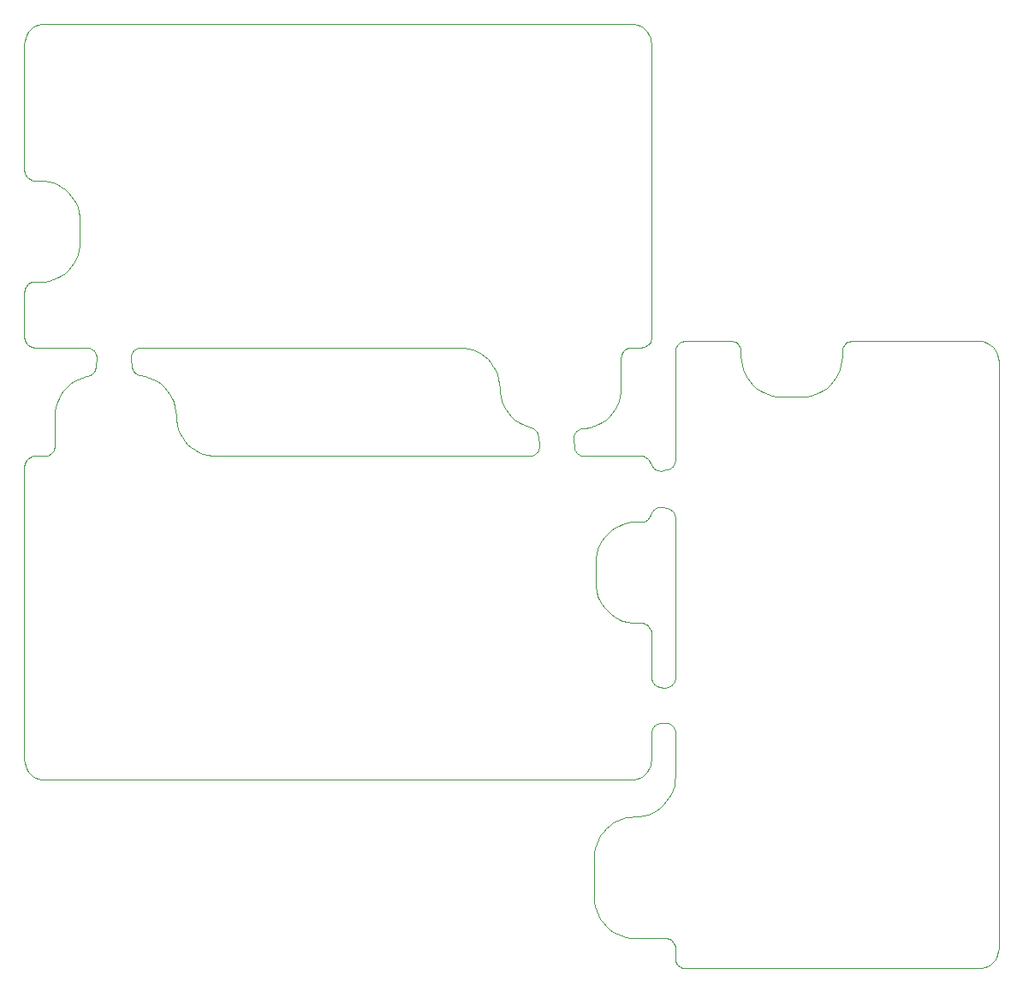
<source format=gko>
%MOIN*%
%OFA0B0*%
%FSLAX44Y44*%
%IPPOS*%
%LPD*%
%ADD10C,0*%
D10*
X00026521Y00017915D02*
X00026521Y00017915D01*
X00026521Y00011712D01*
X00026520Y00011679D01*
X00026516Y00011646D01*
X00026509Y00011613D01*
X00026499Y00011581D01*
X00026486Y00011550D01*
X00026471Y00011520D01*
X00026454Y00011492D01*
X00026434Y00011465D01*
X00026412Y00011440D01*
X00026388Y00011417D01*
X00026362Y00011396D01*
X00026335Y00011377D01*
X00026306Y00011361D01*
X00026276Y00011347D01*
X00026244Y00011336D01*
X00026212Y00011327D01*
X00026179Y00011322D01*
X00026146Y00011319D01*
X00026113Y00011319D01*
X00026080Y00011321D01*
X00025935Y00011339D01*
X00025907Y00011343D01*
X00025879Y00011350D01*
X00025852Y00011358D01*
X00025825Y00011369D01*
X00025800Y00011381D01*
X00025775Y00011395D01*
X00025751Y00011411D01*
X00025729Y00011429D01*
X00025708Y00011448D01*
X00025688Y00011469D01*
X00025670Y00011491D01*
X00025654Y00011514D01*
X00025639Y00011538D01*
X00025626Y00011564D01*
X00025615Y00011590D01*
X00025606Y00011617D01*
X00025599Y00011645D01*
X00025593Y00011673D01*
X00025590Y00011701D01*
X00025589Y00011730D01*
X00025589Y00013438D01*
X00025584Y00013500D01*
X00025570Y00013560D01*
X00025546Y00013617D01*
X00025514Y00013670D01*
X00025474Y00013717D01*
X00025427Y00013757D01*
X00025374Y00013789D01*
X00025317Y00013813D01*
X00025257Y00013827D01*
X00025196Y00013832D01*
X00024999Y00013832D01*
X00024822Y00013842D01*
X00024648Y00013872D01*
X00024479Y00013921D01*
X00024315Y00013988D01*
X00024161Y00014074D01*
X00024017Y00014176D01*
X00023885Y00014293D01*
X00023767Y00014425D01*
X00023665Y00014569D01*
X00023580Y00014724D01*
X00023512Y00014887D01*
X00023463Y00015057D01*
X00023434Y00015231D01*
X00023424Y00015407D01*
X00023424Y00016194D01*
X00023434Y00016371D01*
X00023463Y00016545D01*
X00023512Y00016715D01*
X00023580Y00016878D01*
X00023665Y00017032D01*
X00023767Y00017176D01*
X00023885Y00017308D01*
X00024017Y00017426D01*
X00024161Y00017528D01*
X00024315Y00017613D01*
X00024479Y00017681D01*
X00024648Y00017730D01*
X00024822Y00017759D01*
X00024999Y00017769D01*
X00025196Y00017769D01*
X00025257Y00017774D01*
X00025317Y00017788D01*
X00025374Y00017812D01*
X00025427Y00017844D01*
X00025474Y00017885D01*
X00025514Y00017931D01*
X00025546Y00017984D01*
X00025570Y00018041D01*
X00025571Y00018045D01*
X00025579Y00018074D01*
X00025590Y00018103D01*
X00025602Y00018131D01*
X00025617Y00018157D01*
X00025634Y00018183D01*
X00025653Y00018207D01*
X00025673Y00018229D01*
X00025696Y00018250D01*
X00025719Y00018269D01*
X00025744Y00018287D01*
X00025771Y00018302D01*
X00025798Y00018315D01*
X00025827Y00018326D01*
X00025856Y00018334D01*
X00025886Y00018341D01*
X00025916Y00018345D01*
X00025947Y00018347D01*
X00025977Y00018346D01*
X00026008Y00018343D01*
X00026038Y00018338D01*
X00026211Y00018300D01*
X00026237Y00018293D01*
X00026263Y00018285D01*
X00026287Y00018275D01*
X00026311Y00018263D01*
X00026334Y00018250D01*
X00026357Y00018235D01*
X00026378Y00018219D01*
X00026398Y00018201D01*
X00026417Y00018182D01*
X00026434Y00018162D01*
X00026450Y00018141D01*
X00026465Y00018118D01*
X00026478Y00018095D01*
X00026489Y00018071D01*
X00026499Y00018046D01*
X00026507Y00018021D01*
X00026513Y00017995D01*
X00026518Y00017968D01*
X00026520Y00017942D01*
X00026521Y00017915D01*
X00026521Y00009560D02*
X00026521Y00009560D01*
X00026521Y00007873D01*
X00026511Y00007696D01*
X00026482Y00007522D01*
X00026433Y00007353D01*
X00026365Y00007189D01*
X00026280Y00007035D01*
X00026178Y00006891D01*
X00026060Y00006759D01*
X00025928Y00006641D01*
X00025784Y00006539D01*
X00025630Y00006454D01*
X00025466Y00006386D01*
X00025297Y00006337D01*
X00025123Y00006308D01*
X00024946Y00006298D01*
X00024770Y00006288D01*
X00024596Y00006258D01*
X00024426Y00006210D01*
X00024263Y00006142D01*
X00024109Y00006057D01*
X00023964Y00005954D01*
X00023833Y00005837D01*
X00023715Y00005705D01*
X00023613Y00005561D01*
X00023528Y00005406D01*
X00023460Y00005243D01*
X00023411Y00005074D01*
X00023381Y00004899D01*
X00023372Y00004723D01*
X00023372Y00003148D01*
X00023381Y00002972D01*
X00023411Y00002798D01*
X00023460Y00002628D01*
X00023528Y00002465D01*
X00023613Y00002310D01*
X00023715Y00002166D01*
X00023833Y00002035D01*
X00023964Y00001917D01*
X00024109Y00001815D01*
X00024263Y00001729D01*
X00024426Y00001662D01*
X00024596Y00001613D01*
X00024770Y00001583D01*
X00024946Y00001574D01*
X00026127Y00001574D01*
X00026189Y00001569D01*
X00026249Y00001554D01*
X00026306Y00001531D01*
X00026359Y00001498D01*
X00026406Y00001458D01*
X00026446Y00001411D01*
X00026478Y00001359D01*
X00026502Y00001301D01*
X00026516Y00001241D01*
X00026521Y00001180D01*
X00026521Y00000786D01*
X00026526Y00000725D01*
X00026540Y00000664D01*
X00026564Y00000607D01*
X00026596Y00000555D01*
X00026636Y00000508D01*
X00026683Y00000468D01*
X00026736Y00000435D01*
X00026793Y00000412D01*
X00026853Y00000397D01*
X00026915Y00000392D01*
X00038332Y00000392D01*
X00038455Y00000402D01*
X00038575Y00000431D01*
X00038690Y00000478D01*
X00038795Y00000543D01*
X00038889Y00000623D01*
X00038969Y00000717D01*
X00039034Y00000822D01*
X00039081Y00000936D01*
X00039110Y00001057D01*
X00039120Y00001180D01*
X00039120Y00024014D01*
X00039110Y00024138D01*
X00039081Y00024258D01*
X00039034Y00024372D01*
X00038969Y00024477D01*
X00038889Y00024571D01*
X00038795Y00024651D01*
X00038690Y00024716D01*
X00038575Y00024763D01*
X00038455Y00024792D01*
X00038332Y00024802D01*
X00033411Y00024802D01*
X00033349Y00024797D01*
X00033289Y00024783D01*
X00033232Y00024759D01*
X00033180Y00024727D01*
X00033133Y00024687D01*
X00033092Y00024640D01*
X00033060Y00024587D01*
X00033036Y00024530D01*
X00033022Y00024470D01*
X00033017Y00024408D01*
X00033017Y00024211D01*
X00033007Y00024035D01*
X00032978Y00023861D01*
X00032929Y00023691D01*
X00032861Y00023528D01*
X00032776Y00023373D01*
X00032674Y00023229D01*
X00032556Y00023098D01*
X00032424Y00022980D01*
X00032280Y00022878D01*
X00032126Y00022792D01*
X00031963Y00022725D01*
X00031793Y00022676D01*
X00031619Y00022646D01*
X00031442Y00022637D01*
X00030655Y00022637D01*
X00030479Y00022646D01*
X00030305Y00022676D01*
X00030135Y00022725D01*
X00029972Y00022792D01*
X00029817Y00022878D01*
X00029673Y00022980D01*
X00029541Y00023098D01*
X00029424Y00023229D01*
X00029322Y00023373D01*
X00029236Y00023528D01*
X00029169Y00023691D01*
X00029120Y00023861D01*
X00029090Y00024035D01*
X00029080Y00024211D01*
X00029080Y00024408D01*
X00029075Y00024470D01*
X00029061Y00024530D01*
X00029037Y00024587D01*
X00029005Y00024640D01*
X00028965Y00024687D01*
X00028918Y00024727D01*
X00028865Y00024759D01*
X00028808Y00024783D01*
X00028748Y00024797D01*
X00028687Y00024802D01*
X00026915Y00024802D01*
X00026853Y00024797D01*
X00026793Y00024783D01*
X00026736Y00024759D01*
X00026683Y00024727D01*
X00026636Y00024687D01*
X00026596Y00024640D01*
X00026564Y00024587D01*
X00026540Y00024530D01*
X00026526Y00024470D01*
X00026521Y00024408D01*
X00026521Y00020184D01*
X00026520Y00020157D01*
X00026518Y00020131D01*
X00026513Y00020104D01*
X00026507Y00020078D01*
X00026499Y00020053D01*
X00026489Y00020028D01*
X00026478Y00020004D01*
X00026465Y00019981D01*
X00026450Y00019958D01*
X00026434Y00019937D01*
X00026417Y00019917D01*
X00026398Y00019898D01*
X00026378Y00019880D01*
X00026357Y00019864D01*
X00026335Y00019849D01*
X00026311Y00019836D01*
X00026287Y00019824D01*
X00026263Y00019814D01*
X00026237Y00019806D01*
X00026212Y00019799D01*
X00026037Y00019761D01*
X00026007Y00019756D01*
X00025977Y00019753D01*
X00025947Y00019752D01*
X00025916Y00019754D01*
X00025886Y00019758D01*
X00025856Y00019764D01*
X00025827Y00019773D01*
X00025798Y00019784D01*
X00025771Y00019797D01*
X00025744Y00019812D01*
X00025719Y00019829D01*
X00025695Y00019849D01*
X00025673Y00019869D01*
X00025652Y00019892D01*
X00025634Y00019916D01*
X00025617Y00019941D01*
X00025602Y00019968D01*
X00025589Y00019996D01*
X00025579Y00020025D01*
X00025571Y00020054D01*
X00025570Y00020056D01*
X00025546Y00020113D01*
X00025514Y00020166D01*
X00025474Y00020213D01*
X00025427Y00020253D01*
X00025374Y00020285D01*
X00025317Y00020309D01*
X00025257Y00020323D01*
X00025196Y00020328D01*
X00022980Y00020328D01*
X00022950Y00020329D01*
X00022921Y00020333D01*
X00022893Y00020338D01*
X00022864Y00020346D01*
X00022837Y00020355D01*
X00022810Y00020367D01*
X00022784Y00020380D01*
X00022759Y00020396D01*
X00022735Y00020413D01*
X00022713Y00020432D01*
X00022692Y00020453D01*
X00022673Y00020475D01*
X00022656Y00020498D01*
X00022640Y00020523D01*
X00022626Y00020549D01*
X00022614Y00020575D01*
X00022604Y00020603D01*
X00022597Y00020631D01*
X00022591Y00020660D01*
X00022587Y00020689D01*
X00022563Y00020982D01*
X00022561Y00021014D01*
X00022562Y00021045D01*
X00022566Y00021076D01*
X00022572Y00021107D01*
X00022581Y00021138D01*
X00022592Y00021167D01*
X00022605Y00021196D01*
X00022620Y00021223D01*
X00022638Y00021249D01*
X00022658Y00021274D01*
X00022679Y00021297D01*
X00022702Y00021318D01*
X00022727Y00021337D01*
X00022754Y00021354D01*
X00022782Y00021369D01*
X00022810Y00021382D01*
X00022840Y00021392D01*
X00022870Y00021400D01*
X00022901Y00021406D01*
X00022933Y00021409D01*
X00023011Y00021413D01*
X00023185Y00021443D01*
X00023355Y00021491D01*
X00023518Y00021559D01*
X00023673Y00021644D01*
X00023817Y00021747D01*
X00023948Y00021864D01*
X00024066Y00021996D01*
X00024168Y00022140D01*
X00024254Y00022295D01*
X00024321Y00022458D01*
X00024370Y00022627D01*
X00024400Y00022802D01*
X00024410Y00022978D01*
X00024410Y00024159D01*
X00024415Y00024221D01*
X00024429Y00024281D01*
X00024453Y00024338D01*
X00024485Y00024390D01*
X00024525Y00024437D01*
X00024572Y00024477D01*
X00024625Y00024510D01*
X00024682Y00024533D01*
X00024742Y00024548D01*
X00024803Y00024553D01*
X00025197Y00024553D01*
X00025259Y00024557D01*
X00025319Y00024572D01*
X00025376Y00024596D01*
X00025429Y00024628D01*
X00025476Y00024668D01*
X00025516Y00024715D01*
X00025548Y00024768D01*
X00025572Y00024825D01*
X00025586Y00024885D01*
X00025591Y00024946D01*
X00025591Y00036364D01*
X00025581Y00036487D01*
X00025552Y00036607D01*
X00025505Y00036721D01*
X00025440Y00036826D01*
X00025360Y00036920D01*
X00025266Y00037001D01*
X00025161Y00037065D01*
X00025047Y00037113D01*
X00024927Y00037141D01*
X00024803Y00037151D01*
X00001969Y00037151D01*
X00001846Y00037141D01*
X00001725Y00037113D01*
X00001611Y00037065D01*
X00001506Y00037001D01*
X00001412Y00036920D01*
X00001332Y00036826D01*
X00001267Y00036721D01*
X00001220Y00036607D01*
X00001191Y00036487D01*
X00001181Y00036364D01*
X00001181Y00031442D01*
X00001186Y00031381D01*
X00001201Y00031321D01*
X00001224Y00031264D01*
X00001257Y00031211D01*
X00001297Y00031164D01*
X00001344Y00031124D01*
X00001396Y00031092D01*
X00001453Y00031068D01*
X00001514Y00031054D01*
X00001575Y00031049D01*
X00001772Y00031049D01*
X00001948Y00031039D01*
X00002122Y00031009D01*
X00002292Y00030960D01*
X00002455Y00030893D01*
X00002610Y00030807D01*
X00002754Y00030705D01*
X00002885Y00030587D01*
X00003003Y00030456D01*
X00003105Y00030312D01*
X00003191Y00030157D01*
X00003258Y00029994D01*
X00003307Y00029824D01*
X00003337Y00029650D01*
X00003347Y00029474D01*
X00003347Y00028687D01*
X00003337Y00028510D01*
X00003307Y00028336D01*
X00003258Y00028166D01*
X00003191Y00028003D01*
X00003105Y00027849D01*
X00003003Y00027705D01*
X00002885Y00027573D01*
X00002754Y00027455D01*
X00002610Y00027353D01*
X00002455Y00027268D01*
X00002292Y00027200D01*
X00002122Y00027151D01*
X00001948Y00027122D01*
X00001772Y00027112D01*
X00001575Y00027112D01*
X00001514Y00027107D01*
X00001453Y00027092D01*
X00001396Y00027069D01*
X00001344Y00027037D01*
X00001297Y00026996D01*
X00001257Y00026949D01*
X00001224Y00026897D01*
X00001201Y00026840D01*
X00001186Y00026780D01*
X00001181Y00026718D01*
X00001181Y00024946D01*
X00001186Y00024885D01*
X00001201Y00024825D01*
X00001224Y00024768D01*
X00001257Y00024715D01*
X00001297Y00024668D01*
X00001344Y00024628D01*
X00001396Y00024596D01*
X00001453Y00024572D01*
X00001514Y00024557D01*
X00001575Y00024553D01*
X00003594Y00024553D01*
X00003627Y00024551D01*
X00003659Y00024547D01*
X00003691Y00024541D01*
X00003722Y00024531D01*
X00003752Y00024519D01*
X00003781Y00024505D01*
X00003809Y00024488D01*
X00003836Y00024470D01*
X00003861Y00024448D01*
X00003884Y00024425D01*
X00003905Y00024401D01*
X00003924Y00024374D01*
X00003940Y00024346D01*
X00003955Y00024317D01*
X00003966Y00024286D01*
X00003976Y00024255D01*
X00003982Y00024223D01*
X00003986Y00024191D01*
X00003988Y00024159D01*
X00003986Y00024126D01*
X00003959Y00023802D01*
X00003956Y00023776D01*
X00003951Y00023750D01*
X00003945Y00023725D01*
X00003937Y00023700D01*
X00003927Y00023676D01*
X00003916Y00023653D01*
X00003903Y00023630D01*
X00003889Y00023609D01*
X00003874Y00023588D01*
X00003857Y00023568D01*
X00003838Y00023550D01*
X00003819Y00023532D01*
X00003799Y00023516D01*
X00003777Y00023502D01*
X00003755Y00023489D01*
X00003732Y00023477D01*
X00003708Y00023467D01*
X00003683Y00023458D01*
X00003658Y00023452D01*
X00003633Y00023446D01*
X00003585Y00023438D01*
X00003416Y00023389D01*
X00003252Y00023322D01*
X00003098Y00023236D01*
X00002954Y00023134D01*
X00002822Y00023017D01*
X00002704Y00022885D01*
X00002602Y00022741D01*
X00002517Y00022586D01*
X00002449Y00022423D01*
X00002400Y00022253D01*
X00002371Y00022079D01*
X00002361Y00021903D01*
X00002361Y00020722D01*
X00002356Y00020660D01*
X00002342Y00020600D01*
X00002318Y00020543D01*
X00002286Y00020491D01*
X00002246Y00020444D01*
X00002199Y00020403D01*
X00002146Y00020371D01*
X00002089Y00020348D01*
X00002029Y00020333D01*
X00001967Y00020328D01*
X00001574Y00020328D01*
X00001512Y00020323D01*
X00001452Y00020309D01*
X00001395Y00020285D01*
X00001342Y00020253D01*
X00001295Y00020213D01*
X00001255Y00020166D01*
X00001223Y00020113D01*
X00001199Y00020056D01*
X00001185Y00019996D01*
X00001180Y00019935D01*
X00001180Y00008517D01*
X00001190Y00008394D01*
X00001218Y00008274D01*
X00001266Y00008160D01*
X00001330Y00008054D01*
X00001410Y00007960D01*
X00001504Y00007880D01*
X00001610Y00007816D01*
X00001724Y00007768D01*
X00001844Y00007740D01*
X00001967Y00007730D01*
X00024802Y00007730D01*
X00024925Y00007740D01*
X00025045Y00007768D01*
X00025159Y00007816D01*
X00025265Y00007880D01*
X00025359Y00007960D01*
X00025439Y00008054D01*
X00025503Y00008160D01*
X00025551Y00008274D01*
X00025580Y00008394D01*
X00025589Y00008517D01*
X00025589Y00009542D01*
X00025590Y00009570D01*
X00025593Y00009599D01*
X00025599Y00009627D01*
X00025606Y00009654D01*
X00025615Y00009681D01*
X00025626Y00009708D01*
X00025639Y00009733D01*
X00025654Y00009757D01*
X00025670Y00009781D01*
X00025688Y00009803D01*
X00025708Y00009823D01*
X00025729Y00009843D01*
X00025751Y00009860D01*
X00025775Y00009876D01*
X00025800Y00009890D01*
X00025825Y00009903D01*
X00025852Y00009913D01*
X00025879Y00009922D01*
X00025907Y00009928D01*
X00025935Y00009933D01*
X00026080Y00009950D01*
X00026113Y00009953D01*
X00026146Y00009953D01*
X00026179Y00009950D01*
X00026212Y00009944D01*
X00026244Y00009935D01*
X00026276Y00009924D01*
X00026306Y00009910D01*
X00026335Y00009894D01*
X00026362Y00009875D01*
X00026388Y00009854D01*
X00026412Y00009831D01*
X00026434Y00009806D01*
X00026454Y00009779D01*
X00026471Y00009751D01*
X00026486Y00009721D01*
X00026499Y00009690D01*
X00026509Y00009658D01*
X00026516Y00009626D01*
X00026520Y00009593D01*
X00026521Y00009560D01*
X00005691Y00023467D02*
X00005691Y00023467D01*
X00005667Y00023472D01*
X00005642Y00023479D01*
X00005619Y00023487D01*
X00005595Y00023496D01*
X00005573Y00023507D01*
X00005551Y00023520D01*
X00005530Y00023534D01*
X00005510Y00023549D01*
X00005491Y00023565D01*
X00005473Y00023583D01*
X00005456Y00023601D01*
X00005441Y00023621D01*
X00005427Y00023642D01*
X00005414Y00023663D01*
X00005402Y00023685D01*
X00005392Y00023708D01*
X00005383Y00023732D01*
X00005376Y00023756D01*
X00005371Y00023780D01*
X00005367Y00023805D01*
X00005328Y00024109D01*
X00005325Y00024142D01*
X00005325Y00024176D01*
X00005328Y00024209D01*
X00005333Y00024242D01*
X00005342Y00024274D01*
X00005353Y00024306D01*
X00005367Y00024336D01*
X00005383Y00024365D01*
X00005402Y00024393D01*
X00005423Y00024419D01*
X00005446Y00024443D01*
X00005471Y00024465D01*
X00005498Y00024485D01*
X00005526Y00024503D01*
X00005556Y00024518D01*
X00005587Y00024530D01*
X00005619Y00024540D01*
X00005652Y00024547D01*
X00005685Y00024551D01*
X00005718Y00024553D01*
X00018111Y00024553D01*
X00018287Y00024543D01*
X00018461Y00024513D01*
X00018631Y00024464D01*
X00018794Y00024397D01*
X00018948Y00024311D01*
X00019092Y00024209D01*
X00019224Y00024091D01*
X00019342Y00023960D01*
X00019444Y00023816D01*
X00019529Y00023661D01*
X00019597Y00023498D01*
X00019646Y00023328D01*
X00019675Y00023154D01*
X00019685Y00022978D01*
X00019695Y00022802D01*
X00019725Y00022627D01*
X00019774Y00022458D01*
X00019841Y00022295D01*
X00019927Y00022140D01*
X00020029Y00021996D01*
X00020147Y00021864D01*
X00020278Y00021747D01*
X00020422Y00021644D01*
X00020577Y00021559D01*
X00020740Y00021491D01*
X00020903Y00021445D01*
X00020925Y00021437D01*
X00020946Y00021429D01*
X00020967Y00021420D01*
X00020988Y00021409D01*
X00021007Y00021397D01*
X00021026Y00021384D01*
X00021045Y00021370D01*
X00021062Y00021354D01*
X00021078Y00021338D01*
X00021094Y00021321D01*
X00021108Y00021303D01*
X00021122Y00021284D01*
X00021134Y00021265D01*
X00021145Y00021244D01*
X00021155Y00021223D01*
X00021163Y00021202D01*
X00021171Y00021180D01*
X00021177Y00021158D01*
X00021181Y00021135D01*
X00021185Y00021112D01*
X00021225Y00020768D01*
X00021228Y00020735D01*
X00021228Y00020702D01*
X00021225Y00020669D01*
X00021219Y00020636D01*
X00021210Y00020604D01*
X00021199Y00020573D01*
X00021185Y00020543D01*
X00021169Y00020514D01*
X00021150Y00020486D01*
X00021129Y00020460D01*
X00021106Y00020437D01*
X00021081Y00020415D01*
X00021054Y00020395D01*
X00021026Y00020378D01*
X00020996Y00020363D01*
X00020965Y00020350D01*
X00020933Y00020341D01*
X00020901Y00020334D01*
X00020868Y00020330D01*
X00020835Y00020328D01*
X00008660Y00020328D01*
X00008484Y00020338D01*
X00008310Y00020368D01*
X00008140Y00020417D01*
X00007977Y00020484D01*
X00007822Y00020570D01*
X00007678Y00020672D01*
X00007547Y00020789D01*
X00007429Y00020921D01*
X00007327Y00021065D01*
X00007241Y00021220D01*
X00007174Y00021383D01*
X00007125Y00021553D01*
X00007095Y00021727D01*
X00007085Y00021903D01*
X00007075Y00022079D01*
X00007046Y00022253D01*
X00006997Y00022423D01*
X00006929Y00022586D01*
X00006844Y00022741D01*
X00006742Y00022885D01*
X00006624Y00023017D01*
X00006492Y00023134D01*
X00006348Y00023236D01*
X00006194Y00023322D01*
X00006031Y00023389D01*
X00005861Y00023438D01*
X00005691Y00023467D01*
M02*
</source>
